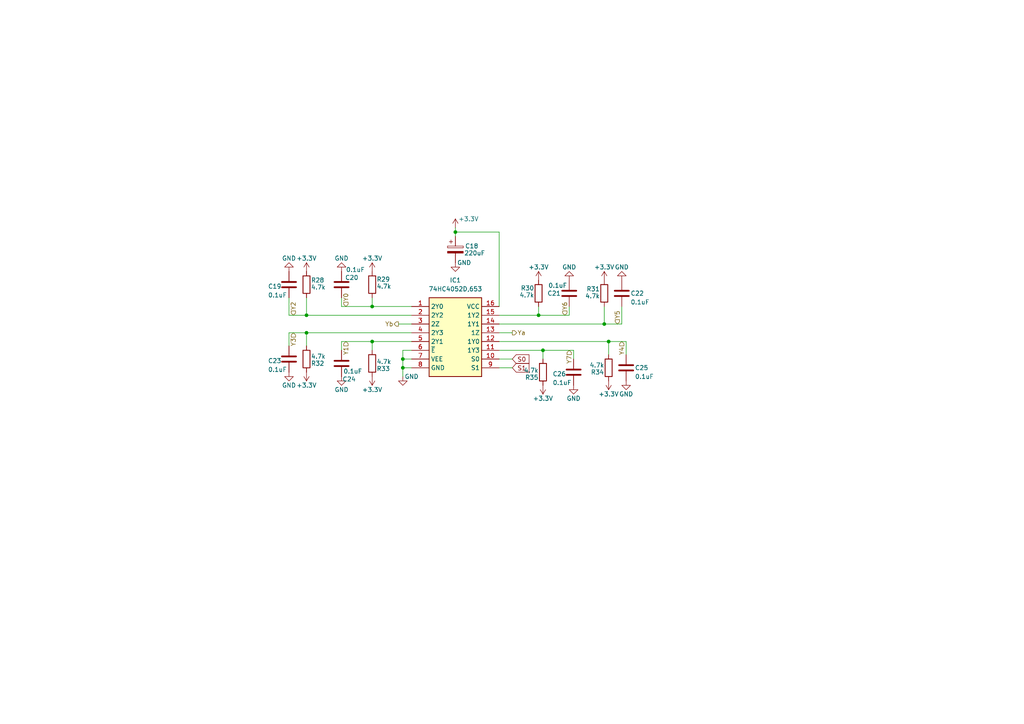
<source format=kicad_sch>
(kicad_sch (version 20231120) (generator "eeschema") (generator_version "8.0")
  (paper "A4")
  (lib_symbols
    (symbol "74HC4052D_653:74HC4052D,653"
      (property "Reference" "IC" (at 21.59 7.62 0))
      (property "Value" "74HC4052D,653" (at 21.59 5.08 0))
      (symbol "74HC4052D,653_1_1"
        (rectangle (start 5.08 2.54) (end 20.32 -20.32) (stroke (width 0.254)) (fill (type background)))
        (pin passive line (at 0 0 0) (length 5.08) (name "2Y0") (number "1"))
        (pin passive line (at 25.4 -15.24 180) (length 5.08) (name "S0") (number "10"))
        (pin passive line (at 25.4 -12.7 180) (length 5.08) (name "1Y3") (number "11"))
        (pin passive line (at 25.4 -10.16 180) (length 5.08) (name "1Y0") (number "12"))
        (pin passive line (at 25.4 -7.62 180) (length 5.08) (name "1Z") (number "13"))
        (pin passive line (at 25.4 -5.08 180) (length 5.08) (name "1Y1") (number "14"))
        (pin passive line (at 25.4 -2.54 180) (length 5.08) (name "1Y2") (number "15"))
        (pin passive line (at 25.4 0 180) (length 5.08) (name "VCC") (number "16"))
        (pin passive line (at 0 -2.54 0) (length 5.08) (name "2Y2") (number "2"))
        (pin passive line (at 0 -5.08 0) (length 5.08) (name "2Z") (number "3"))
        (pin passive line (at 0 -7.62 0) (length 5.08) (name "2Y3") (number "4"))
        (pin passive line (at 0 -10.16 0) (length 5.08) (name "2Y1") (number "5"))
        (pin passive line (at 0 -12.7 0) (length 5.08) (name "~{E}") (number "6"))
        (pin passive line (at 0 -15.24 0) (length 5.08) (name "VEE") (number "7"))
        (pin passive line (at 0 -17.78 0) (length 5.08) (name "GND") (number "8"))
        (pin passive line (at 25.4 -17.78 180) (length 5.08) (name "S1") (number "9"))
      )
    )
    (symbol "Device:C" (pin_numbers hide) (pin_names (offset 0.254))
      (property "Reference" "C" (at 0.635 2.54 0))
      (property "Value" "C" (at 0.635 -2.54 0))
      (symbol "C_0_1"
        (polyline (pts (xy -2.032 -0.762) (xy 2.032 -0.762)) (stroke (width 0.508)))
        (polyline (pts (xy -2.032 0.762) (xy 2.032 0.762)) (stroke (width 0.508)))
      )
      (symbol "C_1_1"
        (pin passive line (at 0 3.81 270) (length 2.794) (name "~") (number "1"))
        (pin passive line (at 0 -3.81 90) (length 2.794) (name "~") (number "2"))
      )
    )
    (symbol "Device:C_Polarized" (pin_numbers hide) (pin_names (offset 0.254))
      (property "Reference" "C" (at 0.635 2.54 0))
      (property "Value" "C_Polarized" (at 0.635 -2.54 0))
      (symbol "C_Polarized_0_1"
        (rectangle (start -2.286 0.508) (end 2.286 1.016))
        (polyline (pts (xy -1.778 2.286) (xy -0.762 2.286)))
        (polyline (pts (xy -1.27 2.794) (xy -1.27 1.778)))
        (rectangle (start 2.286 -0.508) (end -2.286 -1.016) (fill (type outline)))
      )
      (symbol "C_Polarized_1_1"
        (pin passive line (at 0 3.81 270) (length 2.794) (name "~") (number "1"))
        (pin passive line (at 0 -3.81 90) (length 2.794) (name "~") (number "2"))
      )
    )
    (symbol "Device:R" (pin_numbers hide) (pin_names (offset 0))
      (property "Reference" "R" (at 2.032 0 90))
      (property "Value" "R" (at 0 0 90))
      (symbol "R_0_1"
        (rectangle (start -1.016 -2.54) (end 1.016 2.54) (stroke (width 0.254)))
      )
      (symbol "R_1_1"
        (pin passive line (at 0 3.81 270) (length 1.27) (name "~") (number "1"))
        (pin passive line (at 0 -3.81 90) (length 1.27) (name "~") (number "2"))
      )
    )
    (symbol "power:+3.3V" (power) (pin_names (offset 0))
      (property "Value" "+3.3V" (at 0 3.556 0))
      (symbol "+3.3V_0_1"
        (polyline (pts (xy -0.762 1.27) (xy 0 2.54)))
        (polyline (pts (xy 0 0) (xy 0 2.54)))
        (polyline (pts (xy 0 2.54) (xy 0.762 1.27)))
      )
      (symbol "+3.3V_1_1"
        (pin power_in line (at 0 0 90) (length 0) hide (name "+3.3V") (number "1"))
      )
    )
    (symbol "power:GND" (power) (pin_names (offset 0))
      (property "Value" "GND" (at 0 -3.81 0))
      (symbol "GND_0_1"
        (polyline (pts (xy 0 0) (xy 0 -1.27) (xy 1.27 -1.27) (xy 0 -2.54) (xy -1.27 -1.27) (xy 0 -1.27)))
      )
      (symbol "GND_1_1"
        (pin power_in line (at 0 0 270) (length 0) hide (name "GND") (number "1"))
      )
    )
  )
  (junction (at 176.53 99.06))
  (junction (at 107.95 99.06))
  (junction (at 175.26 93.98))
  (junction (at 157.48 101.6))
  (junction (at 88.9 96.52))
  (junction (at 107.95 88.9))
  (junction (at 116.84 106.68))
  (junction (at 88.9 91.44))
  (junction (at 116.84 104.14))
  (junction (at 132.08 67.31))
  (junction (at 156.21 91.44))
  (wire (pts (xy 116.84 109.22) (xy 116.84 106.68)))
  (wire (pts (xy 176.53 99.06) (xy 176.53 102.87)))
  (wire (pts (xy 156.21 91.44) (xy 144.78 91.44)))
  (wire (pts (xy 144.78 67.31) (xy 144.78 88.9)))
  (wire (pts (xy 157.48 101.6) (xy 157.48 104.14)))
  (wire (pts (xy 144.78 99.06) (xy 176.53 99.06)))
  (wire (pts (xy 132.08 67.31) (xy 132.08 68.58)))
  (wire (pts (xy 116.84 104.14) (xy 119.38 104.14)))
  (wire (pts (xy 180.34 93.98) (xy 175.26 93.98)))
  (wire (pts (xy 116.84 104.14) (xy 116.84 106.68)))
  (wire (pts (xy 116.84 106.68) (xy 119.38 106.68)))
  (wire (pts (xy 144.78 101.6) (xy 157.48 101.6)))
  (wire (pts (xy 148.59 104.14) (xy 144.78 104.14)))
  (wire (pts (xy 99.06 88.9) (xy 99.06 86.36)))
  (wire (pts (xy 165.1 91.44) (xy 165.1 88.9)))
  (wire (pts (xy 88.9 91.44) (xy 119.38 91.44)))
  (wire (pts (xy 165.1 91.44) (xy 156.21 91.44)))
  (wire (pts (xy 88.9 96.52) (xy 119.38 96.52)))
  (wire (pts (xy 88.9 96.52) (xy 88.9 100.33)))
  (wire (pts (xy 107.95 99.06) (xy 99.06 99.06)))
  (wire (pts (xy 107.95 88.9) (xy 119.38 88.9)))
  (wire (pts (xy 119.38 99.06) (xy 107.95 99.06)))
  (wire (pts (xy 132.08 66.04) (xy 132.08 67.31)))
  (wire (pts (xy 83.82 96.52) (xy 83.82 100.33)))
  (wire (pts (xy 175.26 93.98) (xy 144.78 93.98)))
  (wire (pts (xy 175.26 88.9) (xy 175.26 93.98)))
  (wire (pts (xy 99.06 88.9) (xy 107.95 88.9)))
  (wire (pts (xy 116.84 101.6) (xy 119.38 101.6)))
  (wire (pts (xy 115.57 93.98) (xy 119.38 93.98)))
  (wire (pts (xy 116.84 101.6) (xy 116.84 104.14)))
  (wire (pts (xy 157.48 101.6) (xy 166.37 101.6)))
  (wire (pts (xy 148.59 96.52) (xy 144.78 96.52)))
  (wire (pts (xy 180.34 93.98) (xy 180.34 88.9)))
  (wire (pts (xy 88.9 86.36) (xy 88.9 91.44)))
  (wire (pts (xy 176.53 99.06) (xy 181.61 99.06)))
  (wire (pts (xy 83.82 91.44) (xy 88.9 91.44)))
  (wire (pts (xy 99.06 99.06) (xy 99.06 101.6)))
  (wire (pts (xy 156.21 88.9) (xy 156.21 91.44)))
  (wire (pts (xy 83.82 91.44) (xy 83.82 86.36)))
  (wire (pts (xy 88.9 96.52) (xy 83.82 96.52)))
  (wire (pts (xy 166.37 101.6) (xy 166.37 104.14)))
  (wire (pts (xy 107.95 86.36) (xy 107.95 88.9)))
  (wire (pts (xy 181.61 99.06) (xy 181.61 102.87)))
  (wire (pts (xy 107.95 99.06) (xy 107.95 101.6)))
  (wire (pts (xy 132.08 67.31) (xy 144.78 67.31)))
  (wire (pts (xy 148.59 106.68) (xy 144.78 106.68)))
  (global_label "S0" (shape input) (at 148.59 104.14 0) (property "Intersheetrefs" "${INTERSHEET_REFS}" (effects (hide yes))))
  (global_label "S1" (shape input) (at 148.59 106.68 0) (property "Intersheetrefs" "${INTERSHEET_REFS}" (effects (hide yes))))
  (hierarchical_label "Y1" (shape input) (at 100.33 99.06 270))
  (hierarchical_label "Y0" (shape input) (at 100.33 88.9 90))
  (hierarchical_label "Y4" (shape input) (at 180.34 99.06 270))
  (hierarchical_label "Y3" (shape input) (at 85.09 96.52 270))
  (hierarchical_label "Y6" (shape input) (at 163.83 91.44 90))
  (hierarchical_label "Y7" (shape input) (at 165.1 101.6 270))
  (hierarchical_label "Ya" (shape output) (at 148.59 96.52 0))
  (hierarchical_label "Y2" (shape input) (at 85.09 91.44 90))
  (hierarchical_label "Y5" (shape input) (at 179.07 93.98 90))
  (hierarchical_label "Yb" (shape output) (at 115.57 93.98 180))
  (symbol (lib_id "Device:C_Polarized") (at 132.08 72.39 0) (unit 1)
    (property "Reference" "C18" (at 134.874 71.374 0) (effects (justify left)))
    (property "Value" "220uF" (at 134.62 73.406 0) (effects (justify left)))
    (property "Footprint" "Capacitor_THT:CP_Radial_D8.0mm_P3.50mm" (effects (hide yes)))
    (property "Datasheet" "https://si.farnell.com/rubycon/25zl220mefc8x11-5/cap-220-f-25v-20/dp/1144699" (effects (hide yes)))
    (property "Description" "Polarized capacitor" (effects (hide yes)))
    (instances (project "" (path "" (reference "C18") (unit 1)) (path "" (reference "C36") (unit 1)) (path "" (reference "C45") (unit 1)) (path "" (reference "C27") (unit 1))))
  )
  (symbol (lib_id "Device:C") (at 180.34 85.09 0) (unit 1)
    (property "Reference" "C22" (at 182.88 85.09 0) (effects (justify left)))
    (property "Value" "0.1uF" (at 182.88 87.63 0) (effects (justify left)))
    (property "Footprint" "Capacitor_SMD:C_0805_2012Metric_Pad1.18x1.45mm_HandSolder" (effects (hide yes)))
    (property "Datasheet" "https://eu.mouser.com/ProductDetail/KYOCERA-AVX/08053C104KAT4A?qs=sGAEpiMZZMvsSlwiRhF8qtBfdvAGmZnkw6WJoeO38Ao%3D" (effects (hide yes)))
    (property "Description" "Unpolarized capacitor" (effects (hide yes)))
    (instances (project "Overlord" (path "" (reference "C22") (unit 1)) (path "" (reference "C40") (unit 1)) (path "" (reference "C49") (unit 1)) (path "" (reference "C31") (unit 1))))
  )
  (symbol (lib_id "Device:C") (at 99.06 82.55 0) (unit 1)
    (property "Reference" "C20" (at 100.076 80.518 0) (effects (justify left)))
    (property "Value" "0.1uF" (at 100.33 78.232 0) (effects (justify left)))
    (property "Footprint" "Capacitor_SMD:C_0805_2012Metric_Pad1.18x1.45mm_HandSolder" (effects (hide yes)))
    (property "Datasheet" "https://eu.mouser.com/ProductDetail/KYOCERA-AVX/08053C104KAT4A?qs=sGAEpiMZZMvsSlwiRhF8qtBfdvAGmZnkw6WJoeO38Ao%3D" (effects (hide yes)))
    (property "Description" "Unpolarized capacitor" (effects (hide yes)))
    (instances (project "Overlord" (path "" (reference "C20") (unit 1)) (path "" (reference "C38") (unit 1)) (path "" (reference "C47") (unit 1)) (path "" (reference "C29") (unit 1))))
  )
  (symbol (lib_id "power:+3.3V") (at 107.95 78.74 0) (unit 1)
    (property "Reference" "#PWR064" (effects (hide yes)))
    (property "Value" "+3.3V" (at 107.95 74.93 0))
    (instances (project "Overlord" (path "" (reference "#PWR064") (unit 1)) (path "" (reference "#PWR0102") (unit 1)) (path "" (reference "#PWR0121") (unit 1)) (path "" (reference "#PWR083") (unit 1))))
  )
  (symbol (lib_id "Device:R") (at 156.21 85.09 0) (mirror y) (unit 1)
    (property "Reference" "R30" (at 154.94 83.566 0) (effects (justify left)))
    (property "Value" "4.7k" (at 154.94 85.598 0) (effects (justify left)))
    (property "Footprint" "Resistor_SMD:R_0805_2012Metric_Pad1.20x1.40mm_HandSolder" (effects (hide yes)))
    (property "Datasheet" "https://www.mouser.se/ProductDetail/YAGEO/RC0805JR-074K7P?qs=sGAEpiMZZMvdGkrng054tzomC5y8M3A2PXM7%2FdDmwRmub%2FgmQnZ%252Bqg%3D%3D" (effects (hide yes)))
    (property "Description" "Resistor" (effects (hide yes)))
    (instances (project "Overlord" (path "" (reference "R30") (unit 1)) (path "" (reference "R46") (unit 1)) (path "" (reference "R54") (unit 1)) (path "" (reference "R38") (unit 1))))
  )
  (symbol (lib_id "Device:R") (at 107.95 82.55 0) (unit 1)
    (property "Reference" "R29" (at 109.22 81.026 0) (effects (justify left)))
    (property "Value" "4.7k" (at 109.22 83.058 0) (effects (justify left)))
    (property "Footprint" "Resistor_SMD:R_0805_2012Metric_Pad1.20x1.40mm_HandSolder" (effects (hide yes)))
    (property "Datasheet" "https://www.mouser.se/ProductDetail/YAGEO/RC0805JR-074K7P?qs=sGAEpiMZZMvdGkrng054tzomC5y8M3A2PXM7%2FdDmwRmub%2FgmQnZ%252Bqg%3D%3D" (effects (hide yes)))
    (property "Description" "Resistor" (effects (hide yes)))
    (instances (project "" (path "" (reference "R29") (unit 1)) (path "" (reference "R45") (unit 1)) (path "" (reference "R53") (unit 1)) (path "" (reference "R37") (unit 1))))
  )
  (symbol (lib_id "power:GND") (at 99.06 78.74 180) (unit 1)
    (property "Reference" "#PWR063" (effects (hide yes)))
    (property "Value" "GND" (at 99.06 74.93 0))
    (instances (project "Overlord" (path "" (reference "#PWR063") (unit 1)) (path "" (reference "#PWR0101") (unit 1)) (path "" (reference "#PWR0120") (unit 1)) (path "" (reference "#PWR082") (unit 1))))
  )
  (symbol (lib_id "power:GND") (at 83.82 107.95 0) (mirror y) (unit 1)
    (property "Reference" "#PWR069" (effects (hide yes)))
    (property "Value" "GND" (at 83.82 111.76 0))
    (instances (project "Overlord" (path "" (reference "#PWR069") (unit 1)) (path "" (reference "#PWR0107") (unit 1)) (path "" (reference "#PWR0126") (unit 1)) (path "" (reference "#PWR088") (unit 1))))
  )
  (symbol (lib_id "Device:R") (at 157.48 107.95 180) (unit 1)
    (property "Reference" "R35" (at 156.21 109.474 0) (effects (justify left)))
    (property "Value" "4.7k" (at 156.21 107.442 0) (effects (justify left)))
    (property "Footprint" "Resistor_SMD:R_0805_2012Metric_Pad1.20x1.40mm_HandSolder" (effects (hide yes)))
    (property "Datasheet" "https://www.mouser.se/ProductDetail/YAGEO/RC0805JR-074K7P?qs=sGAEpiMZZMvdGkrng054tzomC5y8M3A2PXM7%2FdDmwRmub%2FgmQnZ%252Bqg%3D%3D" (effects (hide yes)))
    (property "Description" "Resistor" (effects (hide yes)))
    (instances (project "Overlord" (path "" (reference "R35") (unit 1)) (path "" (reference "R51") (unit 1)) (path "" (reference "R59") (unit 1)) (path "" (reference "R43") (unit 1))))
  )
  (symbol (lib_id "Device:C") (at 83.82 104.14 0) (unit 1)
    (property "Reference" "C23" (at 77.724 104.648 0) (effects (justify left)))
    (property "Value" "0.1uF" (at 77.724 107.188 0) (effects (justify left)))
    (property "Footprint" "Capacitor_SMD:C_0805_2012Metric_Pad1.18x1.45mm_HandSolder" (effects (hide yes)))
    (property "Datasheet" "https://eu.mouser.com/ProductDetail/KYOCERA-AVX/08053C104KAT4A?qs=sGAEpiMZZMvsSlwiRhF8qtBfdvAGmZnkw6WJoeO38Ao%3D" (effects (hide yes)))
    (property "Description" "Unpolarized capacitor" (effects (hide yes)))
    (instances (project "Overlord" (path "" (reference "C23") (unit 1)) (path "" (reference "C41") (unit 1)) (path "" (reference "C50") (unit 1)) (path "" (reference "C32") (unit 1))))
  )
  (symbol (lib_id "power:GND") (at 166.37 111.76 0) (unit 1)
    (property "Reference" "#PWR077" (effects (hide yes)))
    (property "Value" "GND" (at 166.37 115.57 0))
    (instances (project "Overlord" (path "" (reference "#PWR077") (unit 1)) (path "" (reference "#PWR0115") (unit 1)) (path "" (reference "#PWR0134") (unit 1)) (path "" (reference "#PWR096") (unit 1))))
  )
  (symbol (lib_id "Device:C") (at 83.82 82.55 0) (unit 1)
    (property "Reference" "C19" (at 77.724 83.058 0) (effects (justify left)))
    (property "Value" "0.1uF" (at 77.724 85.598 0) (effects (justify left)))
    (property "Footprint" "Capacitor_SMD:C_0805_2012Metric_Pad1.18x1.45mm_HandSolder" (effects (hide yes)))
    (property "Datasheet" "https://eu.mouser.com/ProductDetail/KYOCERA-AVX/08053C104KAT4A?qs=sGAEpiMZZMvsSlwiRhF8qtBfdvAGmZnkw6WJoeO38Ao%3D" (effects (hide yes)))
    (property "Description" "Unpolarized capacitor" (effects (hide yes)))
    (instances (project "Overlord" (path "" (reference "C19") (unit 1)) (path "" (reference "C37") (unit 1)) (path "" (reference "C46") (unit 1)) (path "" (reference "C28") (unit 1))))
  )
  (symbol (lib_id "power:GND") (at 83.82 78.74 180) (unit 1)
    (property "Reference" "#PWR061" (effects (hide yes)))
    (property "Value" "GND" (at 83.82 74.93 0))
    (instances (project "Overlord" (path "" (reference "#PWR061") (unit 1)) (path "" (reference "#PWR099") (unit 1)) (path "" (reference "#PWR0118") (unit 1)) (path "" (reference "#PWR080") (unit 1))))
  )
  (symbol (lib_id "power:GND") (at 99.06 109.22 0) (mirror y) (unit 1)
    (property "Reference" "#PWR071" (effects (hide yes)))
    (property "Value" "GND" (at 99.06 113.03 0))
    (instances (project "Overlord" (path "" (reference "#PWR071") (unit 1)) (path "" (reference "#PWR0109") (unit 1)) (path "" (reference "#PWR0128") (unit 1)) (path "" (reference "#PWR090") (unit 1))))
  )
  (symbol (lib_id "Device:C") (at 165.1 85.09 0) (unit 1)
    (property "Reference" "C21" (at 158.75 85.09 0) (effects (justify left)))
    (property "Value" "0.1uF" (at 159.004 82.804 0) (effects (justify left)))
    (property "Footprint" "Capacitor_SMD:C_0805_2012Metric_Pad1.18x1.45mm_HandSolder" (effects (hide yes)))
    (property "Datasheet" "https://eu.mouser.com/ProductDetail/KYOCERA-AVX/08053C104KAT4A?qs=sGAEpiMZZMvsSlwiRhF8qtBfdvAGmZnkw6WJoeO38Ao%3D" (effects (hide yes)))
    (property "Description" "Unpolarized capacitor" (effects (hide yes)))
    (instances (project "Overlord" (path "" (reference "C21") (unit 1)) (path "" (reference "C39") (unit 1)) (path "" (reference "C48") (unit 1)) (path "" (reference "C30") (unit 1))))
  )
  (symbol (lib_id "power:GND") (at 180.34 81.28 0) (mirror x) (unit 1)
    (property "Reference" "#PWR068" (effects (hide yes)))
    (property "Value" "GND" (at 180.34 77.47 0))
    (instances (project "Overlord" (path "" (reference "#PWR068") (unit 1)) (path "" (reference "#PWR0106") (unit 1)) (path "" (reference "#PWR0125") (unit 1)) (path "" (reference "#PWR087") (unit 1))))
  )
  (symbol (lib_id "Device:R") (at 88.9 82.55 0) (unit 1)
    (property "Reference" "R28" (at 90.17 81.28 0) (effects (justify left)))
    (property "Value" "4.7k" (at 90.17 83.312 0) (effects (justify left)))
    (property "Footprint" "Resistor_SMD:R_0805_2012Metric_Pad1.20x1.40mm_HandSolder" (effects (hide yes)))
    (property "Datasheet" "https://www.mouser.se/ProductDetail/YAGEO/RC0805JR-074K7P?qs=sGAEpiMZZMvdGkrng054tzomC5y8M3A2PXM7%2FdDmwRmub%2FgmQnZ%252Bqg%3D%3D" (effects (hide yes)))
    (property "Description" "Resistor" (effects (hide yes)))
    (instances (project "Overlord" (path "" (reference "R28") (unit 1)) (path "" (reference "R44") (unit 1)) (path "" (reference "R52") (unit 1)) (path "" (reference "R36") (unit 1))))
  )
  (symbol (lib_id "power:+3.3V") (at 157.48 111.76 180) (unit 1)
    (property "Reference" "#PWR076" (effects (hide yes)))
    (property "Value" "+3.3V" (at 157.48 115.57 0))
    (instances (project "Overlord" (path "" (reference "#PWR076") (unit 1)) (path "" (reference "#PWR0114") (unit 1)) (path "" (reference "#PWR0133") (unit 1)) (path "" (reference "#PWR095") (unit 1))))
  )
  (symbol (lib_id "power:+3.3V") (at 88.9 78.74 0) (unit 1)
    (property "Reference" "#PWR062" (effects (hide yes)))
    (property "Value" "+3.3V" (at 88.9 74.93 0))
    (instances (project "Overlord" (path "" (reference "#PWR062") (unit 1)) (path "" (reference "#PWR0100") (unit 1)) (path "" (reference "#PWR0119") (unit 1)) (path "" (reference "#PWR081") (unit 1))))
  )
  (symbol (lib_id "power:+3.3V") (at 176.53 110.49 180) (unit 1)
    (property "Reference" "#PWR074" (effects (hide yes)))
    (property "Value" "+3.3V" (at 176.53 114.3 0))
    (instances (project "Overlord" (path "" (reference "#PWR074") (unit 1)) (path "" (reference "#PWR0112") (unit 1)) (path "" (reference "#PWR0131") (unit 1)) (path "" (reference "#PWR093") (unit 1))))
  )
  (symbol (lib_id "power:+3.3V") (at 132.08 66.04 0) (unit 1)
    (property "Reference" "#PWR059" (effects (hide yes)))
    (property "Value" "+3.3V" (at 135.89 63.5 0))
    (instances (project "Overlord" (path "" (reference "#PWR059") (unit 1)) (path "" (reference "#PWR097") (unit 1)) (path "" (reference "#PWR0116") (unit 1)) (path "" (reference "#PWR078") (unit 1))))
  )
  (symbol (lib_id "power:+3.3V") (at 88.9 107.95 0) (mirror x) (unit 1)
    (property "Reference" "#PWR070" (effects (hide yes)))
    (property "Value" "+3.3V" (at 88.9 111.76 0))
    (instances (project "Overlord" (path "" (reference "#PWR070") (unit 1)) (path "" (reference "#PWR0108") (unit 1)) (path "" (reference "#PWR0127") (unit 1)) (path "" (reference "#PWR089") (unit 1))))
  )
  (symbol (lib_id "Device:C") (at 166.37 107.95 0) (unit 1)
    (property "Reference" "C26" (at 160.274 108.458 0) (effects (justify left)))
    (property "Value" "0.1uF" (at 160.274 110.998 0) (effects (justify left)))
    (property "Footprint" "Capacitor_SMD:C_0805_2012Metric_Pad1.18x1.45mm_HandSolder" (effects (hide yes)))
    (property "Datasheet" "https://eu.mouser.com/ProductDetail/KYOCERA-AVX/08053C104KAT4A?qs=sGAEpiMZZMvsSlwiRhF8qtBfdvAGmZnkw6WJoeO38Ao%3D" (effects (hide yes)))
    (property "Description" "Unpolarized capacitor" (effects (hide yes)))
    (instances (project "Overlord" (path "" (reference "C26") (unit 1)) (path "" (reference "C44") (unit 1)) (path "" (reference "C53") (unit 1)) (path "" (reference "C35") (unit 1))))
  )
  (symbol (lib_id "power:+3.3V") (at 107.95 109.22 0) (mirror x) (unit 1)
    (property "Reference" "#PWR072" (effects (hide yes)))
    (property "Value" "+3.3V" (at 107.95 113.03 0))
    (instances (project "Overlord" (path "" (reference "#PWR072") (unit 1)) (path "" (reference "#PWR0110") (unit 1)) (path "" (reference "#PWR0129") (unit 1)) (path "" (reference "#PWR091") (unit 1))))
  )
  (symbol (lib_id "power:+3.3V") (at 156.21 81.28 0) (mirror y) (unit 1)
    (property "Reference" "#PWR065" (effects (hide yes)))
    (property "Value" "+3.3V" (at 156.21 77.47 0))
    (instances (project "Overlord" (path "" (reference "#PWR065") (unit 1)) (path "" (reference "#PWR0103") (unit 1)) (path "" (reference "#PWR0122") (unit 1)) (path "" (reference "#PWR084") (unit 1))))
  )
  (symbol (lib_id "power:GND") (at 132.08 76.2 0) (unit 1)
    (property "Reference" "#PWR060" (effects (hide yes)))
    (property "Value" "GND" (at 134.62 76.2 0))
    (instances (project "Overlord" (path "" (reference "#PWR060") (unit 1)) (path "" (reference "#PWR098") (unit 1)) (path "" (reference "#PWR0117") (unit 1)) (path "" (reference "#PWR079") (unit 1))))
  )
  (symbol (lib_id "Device:C") (at 99.06 105.41 0) (unit 1)
    (property "Reference" "C24" (at 99.314 109.982 0) (effects (justify left)))
    (property "Value" "0.1uF" (at 99.568 107.696 0) (effects (justify left)))
    (property "Footprint" "Capacitor_SMD:C_0805_2012Metric_Pad1.18x1.45mm_HandSolder" (effects (hide yes)))
    (property "Datasheet" "https://eu.mouser.com/ProductDetail/KYOCERA-AVX/08053C104KAT4A?qs=sGAEpiMZZMvsSlwiRhF8qtBfdvAGmZnkw6WJoeO38Ao%3D" (effects (hide yes)))
    (property "Description" "Unpolarized capacitor" (effects (hide yes)))
    (instances (project "Overlord" (path "" (reference "C24") (unit 1)) (path "" (reference "C42") (unit 1)) (path "" (reference "C51") (unit 1)) (path "" (reference "C33") (unit 1))))
  )
  (symbol (lib_id "Device:C") (at 181.61 106.68 0) (unit 1)
    (property "Reference" "C25" (at 184.15 106.68 0) (effects (justify left)))
    (property "Value" "0.1uF" (at 184.15 109.22 0) (effects (justify left)))
    (property "Footprint" "Capacitor_SMD:C_0805_2012Metric_Pad1.18x1.45mm_HandSolder" (effects (hide yes)))
    (property "Datasheet" "https://eu.mouser.com/ProductDetail/KYOCERA-AVX/08053C104KAT4A?qs=sGAEpiMZZMvsSlwiRhF8qtBfdvAGmZnkw6WJoeO38Ao%3D" (effects (hide yes)))
    (property "Description" "Unpolarized capacitor" (effects (hide yes)))
    (instances (project "Overlord" (path "" (reference "C25") (unit 1)) (path "" (reference "C43") (unit 1)) (path "" (reference "C52") (unit 1)) (path "" (reference "C34") (unit 1))))
  )
  (symbol (lib_id "Device:R") (at 175.26 85.09 0) (mirror y) (unit 1)
    (property "Reference" "R31" (at 173.99 83.82 0) (effects (justify left)))
    (property "Value" "4.7k" (at 173.99 85.852 0) (effects (justify left)))
    (property "Footprint" "Resistor_SMD:R_0805_2012Metric_Pad1.20x1.40mm_HandSolder" (effects (hide yes)))
    (property "Datasheet" "https://www.mouser.se/ProductDetail/YAGEO/RC0805JR-074K7P?qs=sGAEpiMZZMvdGkrng054tzomC5y8M3A2PXM7%2FdDmwRmub%2FgmQnZ%252Bqg%3D%3D" (effects (hide yes)))
    (property "Description" "Resistor" (effects (hide yes)))
    (instances (project "Overlord" (path "" (reference "R31") (unit 1)) (path "" (reference "R47") (unit 1)) (path "" (reference "R55") (unit 1)) (path "" (reference "R39") (unit 1))))
  )
  (symbol (lib_id "74HC4052D_653:74HC4052D,653") (at 119.38 88.9 0) (unit 1)
    (property "Reference" "IC1" (at 132.08 81.28 0))
    (property "Value" "74HC4052D,653" (at 132.08 83.82 0))
    (property "Footprint" "74HC4052D653" (effects (hide yes)))
    (property "Datasheet" "https://assets.nexperia.com/documents/data-sheet/74HC_HCT4052.pdf" (effects (hide yes)))
    (property "Description" "74HC(T)4052 - Dual 4-channel analog multiplexer/demultiplexer@en-us" (effects (hide yes)))
    (property "Height" "1.75" (effects (hide yes)))
    (property "Mouser Part Number" "771-74HC4052D-T" (effects (hide yes)))
    (property "Mouser Price/Stock" "https://www.mouser.co.uk/ProductDetail/Nexperia/74HC4052D653?qs=P62ublwmbi9dOtwH%252Bhrppg%3D%3D" (effects (hide yes)))
    (property "Manufacturer_Name" "Nexperia" (effects (hide yes)))
    (property "Manufacturer_Part_Number" "74HC4052D,653" (effects (hide yes)))
    (instances (project "" (path "" (reference "IC1") (unit 1)) (path "" (reference "IC3") (unit 1)) (path "" (reference "IC4") (unit 1)) (path "" (reference "IC2") (unit 1))))
  )
  (symbol (lib_id "Device:R") (at 88.9 104.14 0) (mirror x) (unit 1)
    (property "Reference" "R32" (at 90.17 105.41 0) (effects (justify left)))
    (property "Value" "4.7k" (at 90.17 103.378 0) (effects (justify left)))
    (property "Footprint" "Resistor_SMD:R_0805_2012Metric_Pad1.20x1.40mm_HandSolder" (effects (hide yes)))
    (property "Datasheet" "https://www.mouser.se/ProductDetail/YAGEO/RC0805JR-074K7P?qs=sGAEpiMZZMvdGkrng054tzomC5y8M3A2PXM7%2FdDmwRmub%2FgmQnZ%252Bqg%3D%3D" (effects (hide yes)))
    (property "Description" "Resistor" (effects (hide yes)))
    (instances (project "Overlord" (path "" (reference "R32") (unit 1)) (path "" (reference "R48") (unit 1)) (path "" (reference "R56") (unit 1)) (path "" (reference "R40") (unit 1))))
  )
  (symbol (lib_id "Device:R") (at 107.95 105.41 0) (mirror x) (unit 1)
    (property "Reference" "R33" (at 109.22 106.934 0) (effects (justify left)))
    (property "Value" "4.7k" (at 109.22 104.902 0) (effects (justify left)))
    (property "Footprint" "Resistor_SMD:R_0805_2012Metric_Pad1.20x1.40mm_HandSolder" (effects (hide yes)))
    (property "Datasheet" "https://www.mouser.se/ProductDetail/YAGEO/RC0805JR-074K7P?qs=sGAEpiMZZMvdGkrng054tzomC5y8M3A2PXM7%2FdDmwRmub%2FgmQnZ%252Bqg%3D%3D" (effects (hide yes)))
    (property "Description" "Resistor" (effects (hide yes)))
    (instances (project "Overlord" (path "" (reference "R33") (unit 1)) (path "" (reference "R49") (unit 1)) (path "" (reference "R57") (unit 1)) (path "" (reference "R41") (unit 1))))
  )
  (symbol (lib_id "Device:R") (at 176.53 106.68 180) (unit 1)
    (property "Reference" "R34" (at 175.26 107.95 0) (effects (justify left)))
    (property "Value" "4.7k" (at 175.26 105.918 0) (effects (justify left)))
    (property "Footprint" "Resistor_SMD:R_0805_2012Metric_Pad1.20x1.40mm_HandSolder" (effects (hide yes)))
    (property "Datasheet" "https://www.mouser.se/ProductDetail/YAGEO/RC0805JR-074K7P?qs=sGAEpiMZZMvdGkrng054tzomC5y8M3A2PXM7%2FdDmwRmub%2FgmQnZ%252Bqg%3D%3D" (effects (hide yes)))
    (property "Description" "Resistor" (effects (hide yes)))
    (instances (project "Overlord" (path "" (reference "R34") (unit 1)) (path "" (reference "R50") (unit 1)) (path "" (reference "R58") (unit 1)) (path "" (reference "R42") (unit 1))))
  )
  (symbol (lib_id "power:GND") (at 116.84 109.22 0) (unit 1)
    (property "Reference" "#PWR073" (effects (hide yes)))
    (property "Value" "GND" (at 119.38 109.22 0))
    (instances (project "Overlord" (path "" (reference "#PWR073") (unit 1)) (path "" (reference "#PWR0111") (unit 1)) (path "" (reference "#PWR0130") (unit 1)) (path "" (reference "#PWR092") (unit 1))))
  )
  (symbol (lib_id "power:GND") (at 181.61 110.49 0) (unit 1)
    (property "Reference" "#PWR075" (effects (hide yes)))
    (property "Value" "GND" (at 181.61 114.3 0))
    (instances (project "Overlord" (path "" (reference "#PWR075") (unit 1)) (path "" (reference "#PWR0113") (unit 1)) (path "" (reference "#PWR0132") (unit 1)) (path "" (reference "#PWR094") (unit 1))))
  )
  (symbol (lib_id "power:+3.3V") (at 175.26 81.28 0) (mirror y) (unit 1)
    (property "Reference" "#PWR067" (effects (hide yes)))
    (property "Value" "+3.3V" (at 175.26 77.47 0))
    (instances (project "Overlord" (path "" (reference "#PWR067") (unit 1)) (path "" (reference "#PWR0105") (unit 1)) (path "" (reference "#PWR0124") (unit 1)) (path "" (reference "#PWR086") (unit 1))))
  )
  (symbol (lib_id "power:GND") (at 165.1 81.28 0) (mirror x) (unit 1)
    (property "Reference" "#PWR066" (effects (hide yes)))
    (property "Value" "GND" (at 165.1 77.47 0))
    (instances (project "Overlord" (path "" (reference "#PWR066") (unit 1)) (path "" (reference "#PWR0104") (unit 1)) (path "" (reference "#PWR0123") (unit 1)) (path "" (reference "#PWR085") (unit 1))))
  )
)
</source>
